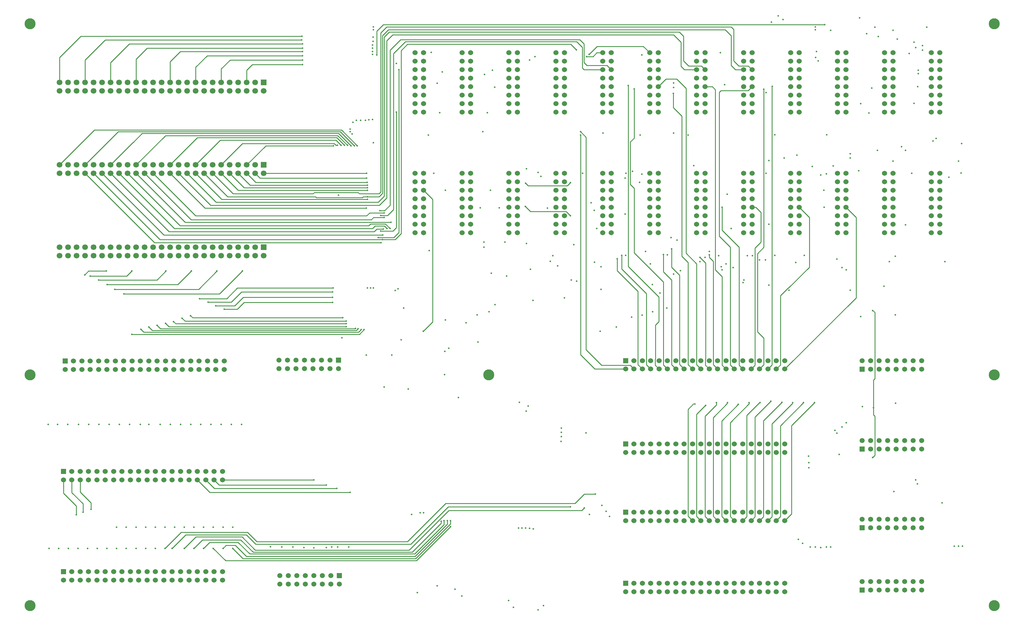
<source format=gbl>
G04*
G04 #@! TF.GenerationSoftware,Altium Limited,Altium Designer,23.7.1 (13)*
G04*
G04 Layer_Physical_Order=4*
G04 Layer_Color=16711680*
%FSLAX44Y44*%
%MOMM*%
G71*
G04*
G04 #@! TF.SameCoordinates,B1C70322-BD44-42DD-AC63-955F88C0B9D7*
G04*
G04*
G04 #@! TF.FilePolarity,Positive*
G04*
G01*
G75*
%ADD10C,0.2540*%
%ADD22C,1.5240*%
%ADD23R,1.5000X1.5000*%
%ADD24C,1.5000*%
%ADD25R,1.5240X1.5240*%
%ADD26C,1.7000*%
%ADD27R,1.7000X1.7000*%
%ADD28C,3.3000*%
%ADD29C,0.5080*%
D10*
X2098040Y1611630D02*
X2106930Y1602740D01*
X2076681Y1611630D02*
X2098040D01*
X2106930Y1064260D02*
Y1602740D01*
X2123440Y1600200D02*
X2205413D01*
X2118360Y1164590D02*
Y1595120D01*
X2205413Y1600200D02*
X2216843Y1611630D01*
X2118360Y1595120D02*
X2123440Y1600200D01*
X2153920Y1790700D02*
X2161540Y1783080D01*
X2205413Y1673860D02*
X2216843Y1662430D01*
X2176780Y1673860D02*
X2205413D01*
X2161540Y1689100D02*
X2176780Y1673860D01*
X2161540Y1689100D02*
Y1783080D01*
X1125220Y1790700D02*
X2153920D01*
X2136140Y1781810D02*
X2153920Y1764030D01*
X2166620Y1662430D02*
X2191443D01*
X2153920Y1675130D02*
X2166620Y1662430D01*
X2153920Y1675130D02*
Y1764030D01*
X1130300Y1781810D02*
X2136140D01*
X1998980Y1775460D02*
X2011680Y1762760D01*
X2065251Y1673860D02*
X2076681Y1662430D01*
X2026920Y1673860D02*
X2065251D01*
X2011680Y1689100D02*
X2026920Y1673860D01*
X2011680Y1689100D02*
Y1762760D01*
X1132840Y1775460D02*
X1998980D01*
X1982470Y1766570D02*
X2004060Y1744980D01*
X1143000Y1766570D02*
X1982470D01*
X2004060Y1672590D02*
Y1744980D01*
X2014220Y1662430D02*
X2051281D01*
X2004060Y1672590D02*
X2014220Y1662430D01*
X1936519Y1611630D02*
X1959379Y1634490D01*
X1991360D01*
X2014220Y1611630D01*
X2019300Y1606550D01*
X2012950Y1612900D02*
X2014220Y1611630D01*
X1981200Y1549400D02*
X2006600Y1524000D01*
X1981200Y1549400D02*
Y1591310D01*
X2006600Y1104900D02*
Y1524000D01*
X1864360Y1457960D02*
Y1605280D01*
X1234440Y880110D02*
X1262380Y908050D01*
Y1275080D01*
X1235710Y1301750D02*
X1262380Y1275080D01*
X1052830Y1280160D02*
X1055370Y1282700D01*
X1068070D01*
X913130D02*
X915670Y1280160D01*
X1052830D01*
X650240Y1282700D02*
X913130D01*
X1040130Y1295400D02*
X1043940Y1291590D01*
X905510D02*
X909320Y1295400D01*
X1043940Y1291590D02*
X1102360D01*
X909320Y1295400D02*
X1040130D01*
X666750Y1291590D02*
X905510D01*
X2216843Y1250950D02*
X2227580D01*
X2242820Y1235710D01*
Y1146810D02*
Y1235710D01*
X1661160Y1238250D02*
X1673860Y1225550D01*
X1554480Y1238250D02*
X1661160D01*
X1539240Y1253490D02*
X1554480Y1238250D01*
X1665085Y1315720D02*
X1674221Y1324856D01*
X1548130Y1315720D02*
X1665085D01*
X1540510Y1323340D02*
X1548130Y1315720D01*
X2127250Y1182370D02*
Y1250950D01*
Y1182370D02*
X2178050Y1131570D01*
X1767640Y778710D02*
X1852521D01*
X1720850Y825500D02*
X1767640Y778710D01*
X1720850Y825500D02*
Y1460500D01*
X1704340Y810260D02*
Y1466850D01*
X1747320Y767280D02*
X1838951D01*
X1704340Y810260D02*
X1747320Y767280D01*
X1112520Y1764030D02*
X1130300Y1781810D01*
X1107440Y1296670D02*
Y1772920D01*
X1125220Y1790700D01*
X1112520Y1292860D02*
Y1764030D01*
X1102360Y1282700D02*
X1112520Y1292860D01*
X1102360Y1291590D02*
X1107440Y1296670D01*
X1068070Y1282700D02*
X1102360D01*
X2019300Y1113790D02*
Y1606550D01*
X1704340Y1477010D02*
X1720850Y1460500D01*
X1704340Y1465580D02*
Y1466850D01*
X1783657Y1675130D02*
X1796357Y1662430D01*
X1723390Y1675130D02*
X1783657D01*
X1714500Y1684020D02*
X1723390Y1675130D01*
X1714500Y1684020D02*
Y1718310D01*
Y1739900D01*
Y1699350D02*
Y1718310D01*
X1722120Y1701800D02*
X1741747D01*
X1753177Y1713230D01*
X1701800Y1752600D02*
X1714500Y1739900D01*
X1167130Y1752600D02*
X1701800D01*
X1692910Y1746250D02*
X1709420Y1729740D01*
X1714500Y1662430D02*
X1770957D01*
X1709420Y1667510D02*
X1714500Y1662430D01*
X1709420Y1667510D02*
Y1729740D01*
X1181100Y1746250D02*
X1692910D01*
X1675130Y1738630D02*
X1691640Y1722120D01*
X1187450Y1738630D02*
X1675130D01*
X1145540Y1710690D02*
X1181100Y1746250D01*
X1145540Y1244600D02*
Y1710690D01*
X1168400Y1719580D02*
X1187450Y1738630D01*
X1168400Y1172210D02*
Y1719580D01*
X1127760Y1226820D02*
X1145540Y1244600D01*
X1107440Y1226820D02*
X1127760D01*
X1135380Y1720850D02*
X1167130Y1752600D01*
X1135380Y1257300D02*
Y1720850D01*
X1118870Y1240790D02*
X1135380Y1257300D01*
X1104900Y1240790D02*
X1118870D01*
X1150620Y1154430D02*
X1168400Y1172210D01*
X1112520Y1154430D02*
X1150620D01*
X1162050Y1176020D02*
Y1662430D01*
X1146810Y1160780D02*
X1162050Y1176020D01*
X1099820Y1160780D02*
X1146810D01*
X1107440Y1179830D02*
X1144270D01*
X1154430Y1189990D02*
Y1535430D01*
X1144270Y1179830D02*
X1154430Y1189990D01*
X599440Y1257300D02*
X1103630D01*
X1125220Y1748790D02*
X1143000Y1766570D01*
X1125220Y1278890D02*
Y1748790D01*
X1103630Y1257300D02*
X1125220Y1278890D01*
X615950Y1266190D02*
X1099820D01*
X1117600Y1760220D02*
X1132840Y1775460D01*
X1117600Y1283970D02*
Y1760220D01*
X1099820Y1266190D02*
X1117600Y1283970D01*
X746759Y1338580D02*
X1065530D01*
X758189Y1352550D02*
X1065530D01*
X1115060Y1797050D02*
X2433320D01*
X1096010Y1778000D02*
X1115060Y1797050D01*
X1096010Y1706880D02*
Y1778000D01*
X1864360Y1115060D02*
Y1308100D01*
X1852930Y1446530D02*
X1864360Y1457960D01*
X1852930Y1319530D02*
X1864360Y1308100D01*
X1852930Y1319530D02*
Y1446530D01*
X1187450Y251460D02*
X1301750Y365760D01*
X1715770Y393700D02*
X1748790D01*
X1687830Y365760D02*
X1715770Y393700D01*
X1301750Y365760D02*
X1687830D01*
X1197610Y243840D02*
X1309370Y355600D01*
X734060Y243840D02*
X1197610D01*
X1309370Y355600D02*
X1673860D01*
X732790Y226060D02*
X1192440D01*
X1310550Y344170D01*
X1708150D02*
X1715770Y351790D01*
X1310550Y344170D02*
X1708150D01*
X2232660Y1112520D02*
X2251710Y1131570D01*
X2232660Y878840D02*
X2251710Y859790D01*
Y780040D02*
Y859790D01*
X2232660Y878840D02*
Y1112520D01*
X2251710Y1131570D02*
Y1604010D01*
X1753177Y1713230D02*
X1770957D01*
X1892069Y1732280D02*
X1911119Y1713230D01*
X1753870Y1732280D02*
X1892069D01*
X1729740Y1708150D02*
X1753870Y1732280D01*
X2357004Y1250950D02*
X2387600Y1220354D01*
Y1071880D02*
Y1220354D01*
X2497166Y1250950D02*
X2527300Y1220816D01*
Y980630D02*
Y1220816D01*
X2577042Y942975D02*
X2583180Y936837D01*
X1976120Y1071880D02*
Y1126490D01*
X1951990Y1057910D02*
Y1109980D01*
X1852521Y778710D02*
X1863951Y767280D01*
X1813560Y1061720D02*
Y1097280D01*
Y1061720D02*
X1875790Y999490D01*
Y780441D02*
Y999490D01*
Y780441D02*
X1888951Y767280D01*
X1827530Y1066800D02*
Y1107440D01*
Y1066800D02*
X1901190Y993140D01*
Y780041D02*
Y993140D01*
Y780041D02*
X1913951Y767280D01*
X1846580Y1074420D02*
Y1615440D01*
Y1074420D02*
X1938020Y982980D01*
Y909320D02*
Y982980D01*
X1927860Y899160D02*
X1938020Y909320D01*
X1927860Y797694D02*
Y899160D01*
X1927520Y778710D02*
Y797354D01*
Y778710D02*
X1938950Y767280D01*
X1927520Y797354D02*
X1927860Y797694D01*
X1864360Y1115060D02*
X1951990Y1027430D01*
Y779240D02*
Y1027430D01*
Y779240D02*
X1963950Y767280D01*
X1951990Y1057910D02*
X1976120Y1033780D01*
Y780110D02*
Y1033780D01*
Y780110D02*
X1988950Y767280D01*
X1976120Y1071880D02*
X2000250Y1047750D01*
Y797275D02*
Y1047750D01*
Y797275D02*
X2000380Y797145D01*
Y780850D02*
Y797145D01*
Y780850D02*
X2013950Y767280D01*
X2006600Y1104900D02*
X2025650Y1085850D01*
Y780580D02*
Y1085850D01*
Y780580D02*
X2038950Y767280D01*
X2019300Y1113790D02*
X2051050Y1082040D01*
Y780180D02*
Y1082040D01*
Y780180D02*
X2063950Y767280D01*
X2061210Y1101090D02*
X2077720Y1084580D01*
Y797414D02*
Y1084580D01*
X2077520Y778710D02*
Y797214D01*
Y778710D02*
X2088950Y767280D01*
X2077520Y797214D02*
X2077720Y797414D01*
X2100580Y780650D02*
Y1089660D01*
X2089150Y1101090D02*
Y1108710D01*
Y1101090D02*
X2100580Y1089660D01*
Y780650D02*
X2113950Y767280D01*
X2106930Y1064260D02*
X2127250Y1043940D01*
Y778980D02*
Y1043940D01*
Y778980D02*
X2138950Y767280D01*
X2118360Y1164590D02*
X2151380Y1131570D01*
Y779850D02*
Y1131570D01*
Y779850D02*
X2163950Y767280D01*
X2178050Y798075D02*
Y1131570D01*
X2177520Y778710D02*
Y797545D01*
Y778710D02*
X2188950Y767280D01*
X2177520Y797545D02*
X2178050Y798075D01*
X2225040Y1129030D02*
X2242820Y1146810D01*
X2225040Y797694D02*
Y1129030D01*
X2225380Y778710D02*
Y797354D01*
X2213950Y767280D02*
X2225380Y778710D01*
X2225040Y797694D02*
X2225380Y797354D01*
X2238950Y767280D02*
X2251710Y780040D01*
X2275840Y1611630D02*
X2277110Y1612900D01*
X2275840Y779170D02*
Y1611630D01*
X2263950Y767280D02*
X2275840Y779170D01*
X2325370Y1009650D02*
X2387600Y1071880D01*
X2301240Y986880D02*
X2324010Y1009650D01*
X2301240Y779570D02*
Y986880D01*
X2324010Y1009650D02*
X2325370D01*
X2288950Y767280D02*
X2301240Y779570D01*
X2313950Y767280D02*
X2527300Y980630D01*
X2583180Y739140D02*
Y936837D01*
X2579103Y735063D02*
X2583180Y739140D01*
X2579103Y651510D02*
Y735063D01*
X2051050Y632460D02*
X2077720Y659130D01*
X2025650Y646898D02*
X2041926Y663174D01*
X2579103Y630187D02*
Y651510D01*
Y630187D02*
X2583180Y626110D01*
Y509270D02*
Y626110D01*
X2576830Y502920D02*
X2583180Y509270D01*
X1074420Y1234440D02*
X1117600D01*
X1065530Y1225550D02*
X1074420Y1234440D01*
X554990Y1225550D02*
X1065530D01*
X1085850Y1220470D02*
X1117600D01*
X1079500Y1214120D02*
X1085850Y1220470D01*
X1051560Y1214120D02*
X1079500D01*
X1051560D02*
X1068070D01*
X541020D02*
X1051560D01*
X1057910Y1206500D02*
X1137920D01*
X1057910D02*
X1069340D01*
X523240D02*
X1057910D01*
X1132840Y1189990D02*
X1135380Y1187450D01*
X1121500Y1201420D02*
X1132840Y1190080D01*
X1076960Y1201420D02*
X1121500D01*
X1132840Y1189990D02*
Y1190080D01*
X1071880Y1196340D02*
X1076960Y1201420D01*
X1057910Y1196340D02*
X1071880D01*
X1057910D02*
X1066800D01*
X508000D02*
X1057910D01*
X1088390Y1178560D02*
X1096010Y1186180D01*
X474981Y1178560D02*
X1088390D01*
X1118870Y1195070D02*
X1126490Y1187450D01*
X1090930Y1195070D02*
X1118870D01*
X1083310Y1187450D02*
X1090930Y1195070D01*
X1059180Y1187450D02*
X1083310D01*
X1059180D02*
X1070610D01*
X491490D02*
X1059180D01*
X1096010Y1186180D02*
X1115060D01*
X1046480Y1168400D02*
X1113790D01*
X1046480D02*
X1084580D01*
X459740D02*
X1046480D01*
X448311Y1154430D02*
X1112520D01*
X431800Y1145540D02*
X1108710D01*
X1287780Y306070D02*
Y312420D01*
X1248410Y266700D02*
X1287780Y306070D01*
X1248410Y266700D02*
X1250950Y269240D01*
X1201420Y219710D02*
X1248410Y266700D01*
X1296670Y302260D02*
Y313690D01*
X1209040Y214630D02*
X1296670Y302260D01*
X695960Y200660D02*
X1211490D01*
X1315720Y304890D01*
Y313690D01*
X1306830Y303530D02*
Y313690D01*
X1210310Y207010D02*
X1306830Y303530D01*
X1214120Y194310D02*
X1315720Y295910D01*
X644558Y194310D02*
X1214120D01*
X224790Y1352550D02*
X431800Y1145540D01*
X250191Y1352550D02*
X448311Y1154430D01*
X275590Y1352550D02*
X459740Y1168400D01*
X300991Y1352550D02*
X474981Y1178560D01*
X326390Y1352550D02*
X491490Y1187450D01*
X351790Y1352550D02*
X508000Y1196340D01*
X377190Y1352550D02*
X523240Y1206500D01*
X402590Y1352550D02*
X541020Y1214120D01*
X427990Y1352550D02*
X554990Y1225550D01*
X582930Y1248410D02*
X1064260D01*
X478790Y1352550D02*
X582930Y1248410D01*
X504190Y1352550D02*
X599440Y1257300D01*
X529590Y1352550D02*
X615950Y1266190D01*
X632460Y1275080D02*
X1068070D01*
X554990Y1352550D02*
X632460Y1275080D01*
X580390Y1352550D02*
X650240Y1282700D01*
X605790Y1352550D02*
X666750Y1291590D01*
X681990Y1301750D02*
X1068070D01*
X631190Y1352550D02*
X681990Y1301750D01*
X699770Y1309370D02*
X1068070D01*
X656590Y1352550D02*
X699770Y1309370D01*
X717550Y1316990D02*
X1068070D01*
X681990Y1352550D02*
X717550Y1316990D01*
X734060Y1325880D02*
X1066800D01*
X707390Y1352550D02*
X734060Y1325880D01*
X732790Y1352550D02*
X746759Y1338580D01*
X234950Y1060450D02*
X288291D01*
X223520Y1049020D02*
X234950Y1060450D01*
X349250Y1045210D02*
X364491Y1060450D01*
X240030Y1045210D02*
X349250D01*
X439420Y1033780D02*
X466090Y1060450D01*
X265430Y1033780D02*
X439420D01*
X501650Y1019810D02*
X542290Y1060450D01*
X290830Y1019810D02*
X501650D01*
X563880Y1005840D02*
X618490Y1060450D01*
X313690Y1005840D02*
X563880D01*
X626110Y991870D02*
X694690Y1060450D01*
X340360Y991870D02*
X626110D01*
X707390Y1624330D02*
Y1661160D01*
X723900Y1677670D01*
X873760D01*
X631190Y1624330D02*
Y1664970D01*
X657860Y1691640D01*
X873760D01*
X554990Y1624330D02*
Y1670050D01*
X589280Y1704340D01*
X873760D01*
X478790Y1624330D02*
Y1686560D01*
X509270Y1717040D01*
X873760D01*
X377190Y1624330D02*
Y1694180D01*
X410210Y1727200D01*
X873760D01*
X300991Y1624330D02*
Y1684021D01*
X356870Y1739900D01*
X873760D01*
X224790Y1624330D02*
Y1691640D01*
X284480Y1751330D01*
X871220D01*
X148591Y1624330D02*
Y1699261D01*
X212090Y1762760D01*
X872490D01*
X679450Y1009650D02*
X965200D01*
X647700Y977900D02*
X679450Y1009650D01*
X566420Y977900D02*
X647700D01*
X692150Y998220D02*
X963930D01*
X661670Y967740D02*
X692150Y998220D01*
X591820Y967740D02*
X661670D01*
X697230Y981710D02*
X963930D01*
X671830Y956310D02*
X697230Y981710D01*
X614680Y956310D02*
X671830D01*
X699770Y966470D02*
X963930D01*
X679450Y946150D02*
X699770Y966470D01*
X640080Y946150D02*
X679450D01*
X1057910Y885100D02*
Y885190D01*
X1044030Y871220D02*
X1057910Y885100D01*
X364490Y871220D02*
X1044030D01*
X1041400Y877570D02*
X1049020Y885190D01*
X400050Y877570D02*
X1041400D01*
X391160Y886460D02*
X400050Y877570D01*
X1040130Y887640D02*
Y887730D01*
X1035140Y882650D02*
X1040130Y887640D01*
X425450Y882650D02*
X1035140D01*
X415290Y892810D02*
X425450Y882650D01*
X1031240Y887730D02*
X1032510Y889000D01*
X449580Y887730D02*
X1031240D01*
X439420Y897890D02*
X449580Y887730D01*
X474980Y894080D02*
X1004570D01*
X464820Y904240D02*
X474980Y894080D01*
X495300Y902970D02*
X1004570D01*
X488950Y909320D02*
X495300Y902970D01*
X523240Y910590D02*
X1004570D01*
X514350Y919480D02*
X523240Y910590D01*
X546100Y920750D02*
X994410D01*
X539750Y927100D02*
X546100Y920750D01*
X635010Y435810D02*
X908250D01*
X610010D02*
X625450Y420370D01*
X944880D01*
X585010Y435810D02*
X610610Y410210D01*
X976630D01*
X560010Y435810D02*
X597040Y398780D01*
X1016000D01*
X160011Y396249D02*
Y435810D01*
Y396249D02*
X198120Y358140D01*
Y331470D02*
Y358140D01*
X185011Y397919D02*
Y435810D01*
Y397919D02*
X218440Y364490D01*
Y339090D02*
Y364490D01*
X210011Y399590D02*
Y435810D01*
Y399590D02*
X242570Y367030D01*
Y347980D02*
Y367030D01*
X665480Y231140D02*
X695960Y200660D01*
X636604Y231140D02*
X645494Y240030D01*
X673100D01*
X706120Y207010D01*
X1210310D01*
X607728Y231140D02*
X644558Y194310D01*
X578853Y231140D02*
X596633Y248920D01*
X681990D01*
X716280Y214630D01*
X1209040D01*
X549977Y231140D02*
X575377Y256540D01*
X689610D01*
X726440Y219710D01*
X1201420D01*
X521101Y231140D02*
X555391Y265430D01*
X693420D01*
X732790Y226060D01*
X485010Y231140D02*
X525650Y271780D01*
X706120D01*
X734060Y243840D01*
X463349Y231140D02*
X511609Y279400D01*
X709930D01*
X737870Y251460D01*
X1187450D01*
X1008380Y1436370D02*
Y1436460D01*
X1018540Y1435100D02*
Y1435190D01*
X974180Y1436370D02*
X977900D01*
X969100Y1441450D02*
X974180Y1436370D01*
X974090Y1451610D02*
X989330Y1436370D01*
X976630Y1459230D02*
X999490Y1436370D01*
X979260Y1465580D02*
X1008380Y1436460D01*
X981800Y1471930D02*
X1018540Y1435190D01*
X148591Y1377950D02*
X252731Y1482090D01*
X224790Y1377950D02*
X323851Y1477010D01*
X394971Y1471930D02*
X981800D01*
X300991Y1377950D02*
X367030Y1443990D01*
X368301Y1445260D01*
X394971Y1471930D01*
X377190Y1377950D02*
X464821Y1465580D01*
X979260D01*
X478790Y1377950D02*
X560070Y1459230D01*
X976630D01*
X554990Y1377950D02*
X628650Y1451610D01*
X974090D01*
X694690Y1441450D02*
X969100D01*
X631190Y1377950D02*
X694690Y1441450D01*
X764539Y1435100D02*
X966470D01*
X707390Y1377950D02*
X764539Y1435100D01*
X323851Y1477010D02*
X986790D01*
X1028700Y1435100D01*
X252731Y1482090D02*
X990690D01*
X1037590Y1435100D02*
Y1435190D01*
X990690Y1482090D02*
X1037590Y1435190D01*
X2051050Y326790D02*
X2063950Y313890D01*
X2051050Y326790D02*
Y632460D01*
X2076450Y326390D02*
X2088950Y313890D01*
X2076450Y326390D02*
Y626110D01*
X2100580Y327260D02*
X2113950Y313890D01*
X2100580Y327260D02*
Y622300D01*
X2142490Y664210D01*
X2125980Y326860D02*
X2138950Y313890D01*
X2125980Y326860D02*
Y612140D01*
X2175477Y661637D01*
X2151380Y326460D02*
X2163950Y313890D01*
X2151380Y326460D02*
Y607060D01*
X2208530Y664210D01*
X2188950Y313890D02*
X2200910Y325850D01*
Y628650D01*
X2239010Y666750D01*
X2225040Y344304D02*
X2225380Y343964D01*
X2213950Y313890D02*
X2225380Y325320D01*
Y343964D01*
X2225040Y344304D02*
Y513219D01*
X2225380Y513559D01*
Y548368D01*
X2225040Y548708D02*
X2225380Y548368D01*
X2238950Y313890D02*
X2250440Y325380D01*
X2263950Y313890D02*
X2275840Y325780D01*
Y603250D01*
X2336800Y664210D01*
X2288950Y313890D02*
X2301240Y326180D01*
X2313950Y313890D02*
X2334260Y334201D01*
X2025650Y327190D02*
X2038950Y313890D01*
X2025650Y327190D02*
Y646898D01*
X2076450Y626110D02*
X2110473Y660133D01*
Y666750D01*
X2250440Y325380D02*
Y612742D01*
X2305384Y667686D01*
X2225040Y623570D02*
X2272899Y671429D01*
X2225040Y548708D02*
Y623570D01*
X2301240Y597635D02*
X2370355Y666750D01*
X2301240Y326180D02*
Y597635D01*
X2334260Y598170D02*
X2402840Y666750D01*
X2334260Y334201D02*
Y598170D01*
D22*
X1210310Y1713230D02*
D03*
X1235710D02*
D03*
X1210310Y1687830D02*
D03*
X1235710D02*
D03*
X1210310Y1662430D02*
D03*
X1235710D02*
D03*
X1210310Y1637030D02*
D03*
X1235710D02*
D03*
X1210310Y1611630D02*
D03*
X1235710D02*
D03*
X1210310Y1586230D02*
D03*
X1235710D02*
D03*
X1210310Y1560830D02*
D03*
X1235710D02*
D03*
X1210310Y1535430D02*
D03*
X1235710D02*
D03*
X1838951Y101600D02*
D03*
X1863951Y126600D02*
D03*
Y101600D02*
D03*
X1888951Y126600D02*
D03*
Y101600D02*
D03*
X1913951Y126600D02*
D03*
Y101600D02*
D03*
X1938950Y126600D02*
D03*
Y101600D02*
D03*
X1963950Y126600D02*
D03*
Y101600D02*
D03*
X1988950Y126600D02*
D03*
Y101600D02*
D03*
X2013950Y126600D02*
D03*
Y101600D02*
D03*
X2038950Y126600D02*
D03*
Y101600D02*
D03*
X2063950Y126600D02*
D03*
Y101600D02*
D03*
X2088950Y126600D02*
D03*
Y101600D02*
D03*
X2113950Y126600D02*
D03*
Y101600D02*
D03*
X2138950Y126600D02*
D03*
Y101600D02*
D03*
X2163950Y126600D02*
D03*
Y101600D02*
D03*
X2188950Y126600D02*
D03*
Y101600D02*
D03*
X2213950Y126600D02*
D03*
Y101600D02*
D03*
X2238950Y126600D02*
D03*
Y101600D02*
D03*
X2263950Y126600D02*
D03*
Y101600D02*
D03*
X2313950D02*
D03*
Y126600D02*
D03*
X2288950Y101600D02*
D03*
Y126600D02*
D03*
X160011Y136090D02*
D03*
X185011Y161090D02*
D03*
Y136090D02*
D03*
X210011Y161090D02*
D03*
Y136090D02*
D03*
X235011Y161090D02*
D03*
Y136090D02*
D03*
X260010Y161090D02*
D03*
Y136090D02*
D03*
X285010Y161090D02*
D03*
Y136090D02*
D03*
X310010Y161090D02*
D03*
Y136090D02*
D03*
X335010Y161090D02*
D03*
Y136090D02*
D03*
X360010Y161090D02*
D03*
Y136090D02*
D03*
X385010Y161090D02*
D03*
Y136090D02*
D03*
X410010Y161090D02*
D03*
Y136090D02*
D03*
X435010Y161090D02*
D03*
Y136090D02*
D03*
X460010Y161090D02*
D03*
Y136090D02*
D03*
X485010Y161090D02*
D03*
Y136090D02*
D03*
X510010Y161090D02*
D03*
Y136090D02*
D03*
X535010Y161090D02*
D03*
Y136090D02*
D03*
X560010Y161090D02*
D03*
Y136090D02*
D03*
X585010Y161090D02*
D03*
Y136090D02*
D03*
X635010D02*
D03*
Y161090D02*
D03*
X610010Y136090D02*
D03*
Y161090D02*
D03*
X165091Y766010D02*
D03*
X190091Y791010D02*
D03*
Y766010D02*
D03*
X215091Y791010D02*
D03*
Y766010D02*
D03*
X240091Y791010D02*
D03*
Y766010D02*
D03*
X265090Y791010D02*
D03*
Y766010D02*
D03*
X290090Y791010D02*
D03*
Y766010D02*
D03*
X315090Y791010D02*
D03*
Y766010D02*
D03*
X340090Y791010D02*
D03*
Y766010D02*
D03*
X365090Y791010D02*
D03*
Y766010D02*
D03*
X390090Y791010D02*
D03*
Y766010D02*
D03*
X415090Y791010D02*
D03*
Y766010D02*
D03*
X440090Y791010D02*
D03*
Y766010D02*
D03*
X465090Y791010D02*
D03*
Y766010D02*
D03*
X490090Y791010D02*
D03*
Y766010D02*
D03*
X515090Y791010D02*
D03*
Y766010D02*
D03*
X540090Y791010D02*
D03*
Y766010D02*
D03*
X565090Y791010D02*
D03*
Y766010D02*
D03*
X590090Y791010D02*
D03*
Y766010D02*
D03*
X640090D02*
D03*
Y791010D02*
D03*
X615090Y766010D02*
D03*
Y791010D02*
D03*
X160011Y435810D02*
D03*
X185011Y460810D02*
D03*
Y435810D02*
D03*
X210011Y460810D02*
D03*
Y435810D02*
D03*
X235011Y460810D02*
D03*
Y435810D02*
D03*
X260010Y460810D02*
D03*
Y435810D02*
D03*
X285010Y460810D02*
D03*
Y435810D02*
D03*
X310010Y460810D02*
D03*
Y435810D02*
D03*
X335010Y460810D02*
D03*
Y435810D02*
D03*
X360010Y460810D02*
D03*
Y435810D02*
D03*
X385010Y460810D02*
D03*
Y435810D02*
D03*
X410010Y460810D02*
D03*
Y435810D02*
D03*
X435010Y460810D02*
D03*
Y435810D02*
D03*
X460010Y460810D02*
D03*
Y435810D02*
D03*
X485010Y460810D02*
D03*
Y435810D02*
D03*
X510010Y460810D02*
D03*
Y435810D02*
D03*
X535010Y460810D02*
D03*
Y435810D02*
D03*
X560010Y460810D02*
D03*
Y435810D02*
D03*
X585010Y460810D02*
D03*
Y435810D02*
D03*
X635010D02*
D03*
Y460810D02*
D03*
X610010Y435810D02*
D03*
Y460810D02*
D03*
X1838951Y518293D02*
D03*
X1863951Y543293D02*
D03*
Y518293D02*
D03*
X1888951Y543293D02*
D03*
Y518293D02*
D03*
X1913951Y543293D02*
D03*
Y518293D02*
D03*
X1938950Y543293D02*
D03*
Y518293D02*
D03*
X1963950Y543293D02*
D03*
Y518293D02*
D03*
X1988950Y543293D02*
D03*
Y518293D02*
D03*
X2013950Y543293D02*
D03*
Y518293D02*
D03*
X2038950Y543293D02*
D03*
Y518293D02*
D03*
X2063950Y543293D02*
D03*
Y518293D02*
D03*
X2088950Y543293D02*
D03*
Y518293D02*
D03*
X2113950Y543293D02*
D03*
Y518293D02*
D03*
X2138950Y543293D02*
D03*
Y518293D02*
D03*
X2163950Y543293D02*
D03*
Y518293D02*
D03*
X2188950Y543293D02*
D03*
Y518293D02*
D03*
X2213950Y543293D02*
D03*
Y518293D02*
D03*
X2238950Y543293D02*
D03*
Y518293D02*
D03*
X2263950Y543293D02*
D03*
Y518293D02*
D03*
X2313950D02*
D03*
Y543293D02*
D03*
X2288950Y518293D02*
D03*
Y543293D02*
D03*
X1838951Y767280D02*
D03*
X1863951Y792280D02*
D03*
Y767280D02*
D03*
X1888951Y792280D02*
D03*
Y767280D02*
D03*
X1913951Y792280D02*
D03*
Y767280D02*
D03*
X1938950Y792280D02*
D03*
Y767280D02*
D03*
X1963950Y792280D02*
D03*
Y767280D02*
D03*
X1988950Y792280D02*
D03*
Y767280D02*
D03*
X2013950Y792280D02*
D03*
Y767280D02*
D03*
X2038950Y792280D02*
D03*
Y767280D02*
D03*
X2063950Y792280D02*
D03*
Y767280D02*
D03*
X2088950Y792280D02*
D03*
Y767280D02*
D03*
X2113950Y792280D02*
D03*
Y767280D02*
D03*
X2138950Y792280D02*
D03*
Y767280D02*
D03*
X2163950Y792280D02*
D03*
Y767280D02*
D03*
X2188950Y792280D02*
D03*
Y767280D02*
D03*
X2213950Y792280D02*
D03*
Y767280D02*
D03*
X2238950Y792280D02*
D03*
Y767280D02*
D03*
X2263950Y792280D02*
D03*
Y767280D02*
D03*
X2313950D02*
D03*
Y792280D02*
D03*
X2288950Y767280D02*
D03*
Y792280D02*
D03*
X1838951Y313890D02*
D03*
X1863951Y338890D02*
D03*
Y313890D02*
D03*
X1888951Y338890D02*
D03*
Y313890D02*
D03*
X1913951Y338890D02*
D03*
Y313890D02*
D03*
X1938950Y338890D02*
D03*
Y313890D02*
D03*
X1963950Y338890D02*
D03*
Y313890D02*
D03*
X1988950Y338890D02*
D03*
Y313890D02*
D03*
X2013950Y338890D02*
D03*
Y313890D02*
D03*
X2038950Y338890D02*
D03*
Y313890D02*
D03*
X2063950Y338890D02*
D03*
Y313890D02*
D03*
X2088950Y338890D02*
D03*
Y313890D02*
D03*
X2113950Y338890D02*
D03*
Y313890D02*
D03*
X2138950Y338890D02*
D03*
Y313890D02*
D03*
X2163950Y338890D02*
D03*
Y313890D02*
D03*
X2188950Y338890D02*
D03*
Y313890D02*
D03*
X2213950Y338890D02*
D03*
Y313890D02*
D03*
X2238950Y338890D02*
D03*
Y313890D02*
D03*
X2263950Y338890D02*
D03*
Y313890D02*
D03*
X2313950D02*
D03*
Y338890D02*
D03*
X2288950Y313890D02*
D03*
Y338890D02*
D03*
X2752090Y1352550D02*
D03*
X2777490D02*
D03*
X2752090Y1327150D02*
D03*
X2777490D02*
D03*
X2752090Y1301750D02*
D03*
X2777490D02*
D03*
X2752090Y1276350D02*
D03*
X2777490D02*
D03*
X2752090Y1250950D02*
D03*
X2777490D02*
D03*
X2752090Y1225550D02*
D03*
X2777490D02*
D03*
X2752090Y1200150D02*
D03*
X2777490D02*
D03*
X2752090Y1174750D02*
D03*
X2777490D02*
D03*
X2611928Y1352550D02*
D03*
X2637328D02*
D03*
X2611928Y1327150D02*
D03*
X2637328D02*
D03*
X2611928Y1301750D02*
D03*
X2637328D02*
D03*
X2611928Y1276350D02*
D03*
X2637328D02*
D03*
X2611928Y1250950D02*
D03*
X2637328D02*
D03*
X2611928Y1225550D02*
D03*
X2637328D02*
D03*
X2611928Y1200150D02*
D03*
X2637328D02*
D03*
X2611928Y1174750D02*
D03*
X2637328D02*
D03*
X2752090Y1713230D02*
D03*
X2777490D02*
D03*
X2752090Y1687830D02*
D03*
X2777490D02*
D03*
X2752090Y1662430D02*
D03*
X2777490D02*
D03*
X2752090Y1637030D02*
D03*
X2777490D02*
D03*
X2752090Y1611630D02*
D03*
X2777490D02*
D03*
X2752090Y1586230D02*
D03*
X2777490D02*
D03*
X2752090Y1560830D02*
D03*
X2777490D02*
D03*
X2752090Y1535430D02*
D03*
X2777490D02*
D03*
X2611928Y1713230D02*
D03*
X2637328D02*
D03*
X2611928Y1687830D02*
D03*
X2637328D02*
D03*
X2611928Y1662430D02*
D03*
X2637328D02*
D03*
X2611928Y1637030D02*
D03*
X2637328D02*
D03*
X2611928Y1611630D02*
D03*
X2637328D02*
D03*
X2611928Y1586230D02*
D03*
X2637328D02*
D03*
X2611928Y1560830D02*
D03*
X2637328D02*
D03*
X2611928Y1535430D02*
D03*
X2637328D02*
D03*
X2471766Y1352550D02*
D03*
X2497166D02*
D03*
X2471766Y1327150D02*
D03*
X2497166D02*
D03*
X2471766Y1301750D02*
D03*
X2497166D02*
D03*
X2471766Y1276350D02*
D03*
X2497166D02*
D03*
X2471766Y1250950D02*
D03*
X2497166D02*
D03*
X2471766Y1225550D02*
D03*
X2497166D02*
D03*
X2471766Y1200150D02*
D03*
X2497166D02*
D03*
X2471766Y1174750D02*
D03*
X2497166D02*
D03*
X2331604Y1352550D02*
D03*
X2357004D02*
D03*
X2331604Y1327150D02*
D03*
X2357004D02*
D03*
X2331604Y1301750D02*
D03*
X2357004D02*
D03*
X2331604Y1276350D02*
D03*
X2357004D02*
D03*
X2331604Y1250950D02*
D03*
X2357004D02*
D03*
X2331604Y1225550D02*
D03*
X2357004D02*
D03*
X2331604Y1200150D02*
D03*
X2357004D02*
D03*
X2331604Y1174750D02*
D03*
X2357004D02*
D03*
X2471766Y1713230D02*
D03*
X2497166D02*
D03*
X2471766Y1687830D02*
D03*
X2497166D02*
D03*
X2471766Y1662430D02*
D03*
X2497166D02*
D03*
X2471766Y1637030D02*
D03*
X2497166D02*
D03*
X2471766Y1611630D02*
D03*
X2497166D02*
D03*
X2471766Y1586230D02*
D03*
X2497166D02*
D03*
X2471766Y1560830D02*
D03*
X2497166D02*
D03*
X2471766Y1535430D02*
D03*
X2497166D02*
D03*
X2331604Y1713230D02*
D03*
X2357004D02*
D03*
X2331604Y1687830D02*
D03*
X2357004D02*
D03*
X2331604Y1662430D02*
D03*
X2357004D02*
D03*
X2331604Y1637030D02*
D03*
X2357004D02*
D03*
X2331604Y1611630D02*
D03*
X2357004D02*
D03*
X2331604Y1586230D02*
D03*
X2357004D02*
D03*
X2331604Y1560830D02*
D03*
X2357004D02*
D03*
X2331604Y1535430D02*
D03*
X2357004D02*
D03*
X2191443Y1352550D02*
D03*
X2216843D02*
D03*
X2191443Y1327150D02*
D03*
X2216843D02*
D03*
X2191443Y1301750D02*
D03*
X2216843D02*
D03*
X2191443Y1276350D02*
D03*
X2216843D02*
D03*
X2191443Y1250950D02*
D03*
X2216843D02*
D03*
X2191443Y1225550D02*
D03*
X2216843D02*
D03*
X2191443Y1200150D02*
D03*
X2216843D02*
D03*
X2191443Y1174750D02*
D03*
X2216843D02*
D03*
X2051281Y1352550D02*
D03*
X2076681D02*
D03*
X2051281Y1327150D02*
D03*
X2076681D02*
D03*
X2051281Y1301750D02*
D03*
X2076681D02*
D03*
X2051281Y1276350D02*
D03*
X2076681D02*
D03*
X2051281Y1250950D02*
D03*
X2076681D02*
D03*
X2051281Y1225550D02*
D03*
X2076681D02*
D03*
X2051281Y1200150D02*
D03*
X2076681D02*
D03*
X2051281Y1174750D02*
D03*
X2076681D02*
D03*
X2191443Y1713230D02*
D03*
X2216843D02*
D03*
X2191443Y1687830D02*
D03*
X2216843D02*
D03*
X2191443Y1662430D02*
D03*
X2216843D02*
D03*
X2191443Y1637030D02*
D03*
X2216843D02*
D03*
X2191443Y1611630D02*
D03*
X2216843D02*
D03*
X2191443Y1586230D02*
D03*
X2216843D02*
D03*
X2191443Y1560830D02*
D03*
X2216843D02*
D03*
X2191443Y1535430D02*
D03*
X2216843D02*
D03*
X2051281Y1713230D02*
D03*
X2076681D02*
D03*
X2051281Y1687830D02*
D03*
X2076681D02*
D03*
X2051281Y1662430D02*
D03*
X2076681D02*
D03*
X2051281Y1637030D02*
D03*
X2076681D02*
D03*
X2051281Y1611630D02*
D03*
X2076681D02*
D03*
X2051281Y1586230D02*
D03*
X2076681D02*
D03*
X2051281Y1560830D02*
D03*
X2076681D02*
D03*
X2051281Y1535430D02*
D03*
X2076681D02*
D03*
X1911119Y1352550D02*
D03*
X1936519D02*
D03*
X1911119Y1327150D02*
D03*
X1936519D02*
D03*
X1911119Y1301750D02*
D03*
X1936519D02*
D03*
X1911119Y1276350D02*
D03*
X1936519D02*
D03*
X1911119Y1250950D02*
D03*
X1936519D02*
D03*
X1911119Y1225550D02*
D03*
X1936519D02*
D03*
X1911119Y1200150D02*
D03*
X1936519D02*
D03*
X1911119Y1174750D02*
D03*
X1936519D02*
D03*
X1770957Y1352550D02*
D03*
X1796357D02*
D03*
X1770957Y1327150D02*
D03*
X1796357D02*
D03*
X1770957Y1301750D02*
D03*
X1796357D02*
D03*
X1770957Y1276350D02*
D03*
X1796357D02*
D03*
X1770957Y1250950D02*
D03*
X1796357D02*
D03*
X1770957Y1225550D02*
D03*
X1796357D02*
D03*
X1770957Y1200150D02*
D03*
X1796357D02*
D03*
X1770957Y1174750D02*
D03*
X1796357D02*
D03*
X1911119Y1713230D02*
D03*
X1936519D02*
D03*
X1911119Y1687830D02*
D03*
X1936519D02*
D03*
X1911119Y1662430D02*
D03*
X1936519D02*
D03*
X1911119Y1637030D02*
D03*
X1936519D02*
D03*
X1911119Y1611630D02*
D03*
X1936519D02*
D03*
X1911119Y1586230D02*
D03*
X1936519D02*
D03*
X1911119Y1560830D02*
D03*
X1936519D02*
D03*
X1911119Y1535430D02*
D03*
X1936519D02*
D03*
X1770957Y1713230D02*
D03*
X1796357D02*
D03*
X1770957Y1687830D02*
D03*
X1796357D02*
D03*
X1770957Y1662430D02*
D03*
X1796357D02*
D03*
X1770957Y1637030D02*
D03*
X1796357D02*
D03*
X1770957Y1611630D02*
D03*
X1796357D02*
D03*
X1770957Y1586230D02*
D03*
X1796357D02*
D03*
X1770957Y1560830D02*
D03*
X1796357D02*
D03*
X1770957Y1535430D02*
D03*
X1796357D02*
D03*
X1630795Y1352550D02*
D03*
X1656195D02*
D03*
X1630795Y1327150D02*
D03*
X1656195D02*
D03*
X1630795Y1301750D02*
D03*
X1656195D02*
D03*
X1630795Y1276350D02*
D03*
X1656195D02*
D03*
X1630795Y1250950D02*
D03*
X1656195D02*
D03*
X1630795Y1225550D02*
D03*
X1656195D02*
D03*
X1630795Y1200150D02*
D03*
X1656195D02*
D03*
X1630795Y1174750D02*
D03*
X1656195D02*
D03*
X1490634Y1352550D02*
D03*
X1516034D02*
D03*
X1490634Y1327150D02*
D03*
X1516034D02*
D03*
X1490634Y1301750D02*
D03*
X1516034D02*
D03*
X1490634Y1276350D02*
D03*
X1516034D02*
D03*
X1490634Y1250950D02*
D03*
X1516034D02*
D03*
X1490634Y1225550D02*
D03*
X1516034D02*
D03*
X1490634Y1200150D02*
D03*
X1516034D02*
D03*
X1490634Y1174750D02*
D03*
X1516034D02*
D03*
X1630795Y1713230D02*
D03*
X1656195D02*
D03*
X1630795Y1687830D02*
D03*
X1656195D02*
D03*
X1630795Y1662430D02*
D03*
X1656195D02*
D03*
X1630795Y1637030D02*
D03*
X1656195D02*
D03*
X1630795Y1611630D02*
D03*
X1656195D02*
D03*
X1630795Y1586230D02*
D03*
X1656195D02*
D03*
X1630795Y1560830D02*
D03*
X1656195D02*
D03*
X1630795Y1535430D02*
D03*
X1656195D02*
D03*
X1490634Y1713230D02*
D03*
X1516034D02*
D03*
X1490634Y1687830D02*
D03*
X1516034D02*
D03*
X1490634Y1662430D02*
D03*
X1516034D02*
D03*
X1490634Y1637030D02*
D03*
X1516034D02*
D03*
X1490634Y1611630D02*
D03*
X1516034D02*
D03*
X1490634Y1586230D02*
D03*
X1516034D02*
D03*
X1490634Y1560830D02*
D03*
X1516034D02*
D03*
X1490634Y1535430D02*
D03*
X1516034D02*
D03*
X1350472Y1352550D02*
D03*
X1375872D02*
D03*
X1350472Y1327150D02*
D03*
X1375872D02*
D03*
X1350472Y1301750D02*
D03*
X1375872D02*
D03*
X1350472Y1276350D02*
D03*
X1375872D02*
D03*
X1350472Y1250950D02*
D03*
X1375872D02*
D03*
X1350472Y1225550D02*
D03*
X1375872D02*
D03*
X1350472Y1200150D02*
D03*
X1375872D02*
D03*
X1350472Y1174750D02*
D03*
X1375872D02*
D03*
X1210310Y1352550D02*
D03*
X1235710D02*
D03*
X1210310Y1327150D02*
D03*
X1235710D02*
D03*
X1210310Y1301750D02*
D03*
X1235710D02*
D03*
X1210310Y1276350D02*
D03*
X1235710D02*
D03*
X1210310Y1250950D02*
D03*
X1235710D02*
D03*
X1210310Y1225550D02*
D03*
X1235710D02*
D03*
X1210310Y1200150D02*
D03*
X1235710D02*
D03*
X1210310Y1174750D02*
D03*
X1235710D02*
D03*
X1350472Y1713230D02*
D03*
X1375872D02*
D03*
X1350472Y1687830D02*
D03*
X1375872D02*
D03*
X1350472Y1662430D02*
D03*
X1375872D02*
D03*
X1350472Y1637030D02*
D03*
X1375872D02*
D03*
X1350472Y1611630D02*
D03*
X1375872D02*
D03*
X1350472Y1586230D02*
D03*
X1375872D02*
D03*
X1350472Y1560830D02*
D03*
X1375872D02*
D03*
X1350472Y1535430D02*
D03*
X1375872D02*
D03*
D23*
X2545080Y292523D02*
D03*
X984250Y149860D02*
D03*
X2545080Y528320D02*
D03*
X981710Y793750D02*
D03*
X2545080Y767080D02*
D03*
Y106680D02*
D03*
D24*
X2570480Y292523D02*
D03*
X2595880D02*
D03*
X2621280D02*
D03*
X2646680D02*
D03*
X2672080D02*
D03*
X2697480D02*
D03*
X2722880D02*
D03*
X2545080Y317923D02*
D03*
X2570480D02*
D03*
X2595880D02*
D03*
X2621280D02*
D03*
X2646680D02*
D03*
X2672080D02*
D03*
X2697480D02*
D03*
X2722880D02*
D03*
X958850Y149860D02*
D03*
X933450D02*
D03*
X908050D02*
D03*
X882650D02*
D03*
X857250D02*
D03*
X831850D02*
D03*
X806450D02*
D03*
X984250Y124460D02*
D03*
X958850D02*
D03*
X933450D02*
D03*
X908050D02*
D03*
X882650D02*
D03*
X857250D02*
D03*
X831850D02*
D03*
X806450D02*
D03*
X2570480Y528320D02*
D03*
X2595880D02*
D03*
X2621280D02*
D03*
X2646680D02*
D03*
X2672080D02*
D03*
X2697480D02*
D03*
X2722880D02*
D03*
X2545080Y553720D02*
D03*
X2570480D02*
D03*
X2595880D02*
D03*
X2621280D02*
D03*
X2646680D02*
D03*
X2672080D02*
D03*
X2697480D02*
D03*
X2722880D02*
D03*
X956310Y793750D02*
D03*
X930910D02*
D03*
X905510D02*
D03*
X880110D02*
D03*
X854710D02*
D03*
X829310D02*
D03*
X803910D02*
D03*
X981710Y768350D02*
D03*
X956310D02*
D03*
X930910D02*
D03*
X905510D02*
D03*
X880110D02*
D03*
X854710D02*
D03*
X829310D02*
D03*
X803910D02*
D03*
X2570480Y767080D02*
D03*
X2595880D02*
D03*
X2621280D02*
D03*
X2646680D02*
D03*
X2672080D02*
D03*
X2697480D02*
D03*
X2722880D02*
D03*
X2545080Y792480D02*
D03*
X2570480D02*
D03*
X2595880D02*
D03*
X2621280D02*
D03*
X2646680D02*
D03*
X2672080D02*
D03*
X2697480D02*
D03*
X2722880D02*
D03*
X2570480Y106680D02*
D03*
X2595880D02*
D03*
X2621280D02*
D03*
X2646680D02*
D03*
X2672080D02*
D03*
X2697480D02*
D03*
X2722880D02*
D03*
X2545080Y132080D02*
D03*
X2570480D02*
D03*
X2595880D02*
D03*
X2621280D02*
D03*
X2646680D02*
D03*
X2672080D02*
D03*
X2697480D02*
D03*
X2722880D02*
D03*
D25*
X1838951Y126600D02*
D03*
X160011Y161090D02*
D03*
X165091Y791010D02*
D03*
X160011Y460810D02*
D03*
X1838951Y543293D02*
D03*
Y792280D02*
D03*
Y338890D02*
D03*
D26*
X148591Y1106170D02*
D03*
Y1131570D02*
D03*
X173991Y1106170D02*
D03*
Y1131570D02*
D03*
X199391Y1106170D02*
D03*
Y1131570D02*
D03*
X224790Y1106170D02*
D03*
Y1131570D02*
D03*
X250191Y1106170D02*
D03*
Y1131570D02*
D03*
X275590Y1106170D02*
D03*
Y1131570D02*
D03*
X300991Y1106170D02*
D03*
Y1131570D02*
D03*
X326390Y1106170D02*
D03*
Y1131570D02*
D03*
X351790Y1106170D02*
D03*
Y1131570D02*
D03*
X377190Y1106170D02*
D03*
Y1131570D02*
D03*
X402590Y1106170D02*
D03*
Y1131570D02*
D03*
X427990Y1106170D02*
D03*
Y1131570D02*
D03*
X453390Y1106170D02*
D03*
Y1131570D02*
D03*
X478790Y1106170D02*
D03*
Y1131570D02*
D03*
X504190Y1106170D02*
D03*
Y1131570D02*
D03*
X529590Y1106170D02*
D03*
Y1131570D02*
D03*
X554990Y1106170D02*
D03*
Y1131570D02*
D03*
X580390Y1106170D02*
D03*
Y1131570D02*
D03*
X605790Y1106170D02*
D03*
Y1131570D02*
D03*
X631190Y1106170D02*
D03*
Y1131570D02*
D03*
X656590Y1106170D02*
D03*
Y1131570D02*
D03*
X681990Y1106170D02*
D03*
Y1131570D02*
D03*
X707390Y1106170D02*
D03*
Y1131570D02*
D03*
X732790Y1106170D02*
D03*
Y1131570D02*
D03*
X758189Y1106170D02*
D03*
X148591Y1352550D02*
D03*
Y1377950D02*
D03*
X173991Y1352550D02*
D03*
Y1377950D02*
D03*
X199391Y1352550D02*
D03*
Y1377950D02*
D03*
X224790Y1352550D02*
D03*
Y1377950D02*
D03*
X250191Y1352550D02*
D03*
Y1377950D02*
D03*
X275590Y1352550D02*
D03*
Y1377950D02*
D03*
X300991Y1352550D02*
D03*
Y1377950D02*
D03*
X326390Y1352550D02*
D03*
Y1377950D02*
D03*
X351790Y1352550D02*
D03*
Y1377950D02*
D03*
X377190Y1352550D02*
D03*
Y1377950D02*
D03*
X402590Y1352550D02*
D03*
Y1377950D02*
D03*
X427990Y1352550D02*
D03*
Y1377950D02*
D03*
X453390Y1352550D02*
D03*
Y1377950D02*
D03*
X478790Y1352550D02*
D03*
Y1377950D02*
D03*
X504190Y1352550D02*
D03*
Y1377950D02*
D03*
X529590Y1352550D02*
D03*
Y1377950D02*
D03*
X554990Y1352550D02*
D03*
Y1377950D02*
D03*
X580390Y1352550D02*
D03*
Y1377950D02*
D03*
X605790Y1352550D02*
D03*
Y1377950D02*
D03*
X631190Y1352550D02*
D03*
Y1377950D02*
D03*
X656590Y1352550D02*
D03*
Y1377950D02*
D03*
X681990Y1352550D02*
D03*
Y1377950D02*
D03*
X707390Y1352550D02*
D03*
Y1377950D02*
D03*
X732790Y1352550D02*
D03*
Y1377950D02*
D03*
X758189Y1352550D02*
D03*
X148591Y1598930D02*
D03*
Y1624330D02*
D03*
X173991Y1598930D02*
D03*
Y1624330D02*
D03*
X199391Y1598930D02*
D03*
Y1624330D02*
D03*
X224790Y1598930D02*
D03*
Y1624330D02*
D03*
X250191Y1598930D02*
D03*
Y1624330D02*
D03*
X275590Y1598930D02*
D03*
Y1624330D02*
D03*
X300991Y1598930D02*
D03*
Y1624330D02*
D03*
X326390Y1598930D02*
D03*
Y1624330D02*
D03*
X351790Y1598930D02*
D03*
Y1624330D02*
D03*
X377190Y1598930D02*
D03*
Y1624330D02*
D03*
X402590Y1598930D02*
D03*
Y1624330D02*
D03*
X427990Y1598930D02*
D03*
Y1624330D02*
D03*
X453390Y1598930D02*
D03*
Y1624330D02*
D03*
X478790Y1598930D02*
D03*
Y1624330D02*
D03*
X504190Y1598930D02*
D03*
Y1624330D02*
D03*
X529590Y1598930D02*
D03*
Y1624330D02*
D03*
X554990Y1598930D02*
D03*
Y1624330D02*
D03*
X580390Y1598930D02*
D03*
Y1624330D02*
D03*
X605790Y1598930D02*
D03*
Y1624330D02*
D03*
X631190Y1598930D02*
D03*
Y1624330D02*
D03*
X656590Y1598930D02*
D03*
Y1624330D02*
D03*
X681990Y1598930D02*
D03*
Y1624330D02*
D03*
X707390Y1598930D02*
D03*
Y1624330D02*
D03*
X732790Y1598930D02*
D03*
Y1624330D02*
D03*
X758189Y1598930D02*
D03*
D27*
Y1131570D02*
D03*
Y1377950D02*
D03*
Y1624330D02*
D03*
D28*
X2940000Y750000D02*
D03*
X60000D02*
D03*
X1430000D02*
D03*
X60000Y60000D02*
D03*
Y1800000D02*
D03*
X2940000D02*
D03*
Y60000D02*
D03*
D29*
X2175443Y661670D02*
D03*
X1771650Y1473200D02*
D03*
X1982470Y1623060D02*
D03*
Y1609090D02*
D03*
X1981200Y1591310D02*
D03*
X1864360Y1605280D02*
D03*
X1846580Y1615440D02*
D03*
X1417320Y1648460D02*
D03*
X1291590Y1656080D02*
D03*
X1154430Y1535430D02*
D03*
Y1681480D02*
D03*
X1162050Y1662430D02*
D03*
X2189480Y1026160D02*
D03*
X2192020Y1033780D02*
D03*
X1266190Y1352550D02*
D03*
X1117600Y713740D02*
D03*
X981710Y1287780D02*
D03*
X1962150Y949960D02*
D03*
X2266950Y1018540D02*
D03*
X1656080Y980440D02*
D03*
X1068070Y1009650D02*
D03*
X1076960D02*
D03*
X1085850D02*
D03*
X2153920Y1187450D02*
D03*
X1673860Y1225550D02*
D03*
X1539240Y1253490D02*
D03*
X1837690Y1230630D02*
D03*
Y1338580D02*
D03*
X1674221Y1324856D02*
D03*
X1540510Y1323340D02*
D03*
X2127250Y1250950D02*
D03*
X2117090Y1106170D02*
D03*
X2202180D02*
D03*
X2042160Y1375410D02*
D03*
X1918970Y1019810D02*
D03*
X1765300Y1005840D02*
D03*
X1176020Y949960D02*
D03*
X1159510Y1007110D02*
D03*
X1150620Y1002030D02*
D03*
X2142490Y1290320D02*
D03*
X1752600Y1187450D02*
D03*
X1744980Y1242060D02*
D03*
X1736090Y1264920D02*
D03*
X1974850Y1160780D02*
D03*
X1992630Y1153160D02*
D03*
X1412240Y1477010D02*
D03*
X1704340D02*
D03*
X1249680Y1466850D02*
D03*
X1704340D02*
D03*
X1691640Y1722120D02*
D03*
X1283970Y1534160D02*
D03*
X1252220Y1121410D02*
D03*
X1404620Y1249680D02*
D03*
X1300480Y1301750D02*
D03*
Y914400D02*
D03*
X1258570Y1714500D02*
D03*
X1276350Y1621790D02*
D03*
X1605280Y1248410D02*
D03*
X1614170Y1089660D02*
D03*
X1621790Y1106170D02*
D03*
X1426210Y1534160D02*
D03*
X1435100Y1301750D02*
D03*
X1441450Y1661160D02*
D03*
X1447800Y1610360D02*
D03*
X1461770Y1249680D02*
D03*
X1543050Y1366520D02*
D03*
X1551940Y1691640D02*
D03*
X1748790Y393700D02*
D03*
X1887220Y1706880D02*
D03*
X1767840Y359410D02*
D03*
X1673860Y355600D02*
D03*
X1840230Y1352550D02*
D03*
X1715770Y351790D02*
D03*
X1880870Y1325880D02*
D03*
X1780540Y341630D02*
D03*
X1731010Y332740D02*
D03*
X2804160Y1341120D02*
D03*
X2783840Y367030D02*
D03*
X2025650Y1466850D02*
D03*
X1882140D02*
D03*
X1887220Y1350010D02*
D03*
X1859280Y1358900D02*
D03*
X1790700Y326390D02*
D03*
X2258060Y1352550D02*
D03*
X2256790Y1093470D02*
D03*
X2346960Y1085850D02*
D03*
X2354580Y257810D02*
D03*
X2258060Y1593850D02*
D03*
X2284730Y1107440D02*
D03*
X2372360D02*
D03*
X2367280Y246380D02*
D03*
X1416050Y1146810D02*
D03*
X1478280D02*
D03*
X1568450Y1701800D02*
D03*
X1577340Y1355090D02*
D03*
X1586230Y1343660D02*
D03*
X1710690Y1352550D02*
D03*
X1722120Y1701800D02*
D03*
X1729740Y1708150D02*
D03*
X1720850Y576580D02*
D03*
X2122170Y1713230D02*
D03*
X2134870Y1617980D02*
D03*
X2127250Y1064260D02*
D03*
X2498090D02*
D03*
Y607060D02*
D03*
X2160270Y1070610D02*
D03*
X2485390D02*
D03*
Y594360D02*
D03*
X2217420Y1106170D02*
D03*
X2470150Y1096010D02*
D03*
X2432050Y1250950D02*
D03*
X2266950Y1200150D02*
D03*
Y1390650D02*
D03*
X2459066Y1375156D02*
D03*
X2463800Y584200D02*
D03*
X2534920Y1360170D02*
D03*
X2470150Y575310D02*
D03*
X2274570Y1804670D02*
D03*
X2251710Y1604010D02*
D03*
X2277110Y1612900D02*
D03*
X2439670Y1468120D02*
D03*
X2284730D02*
D03*
X2509520Y1398270D02*
D03*
Y1410970D02*
D03*
X2650490Y1753870D02*
D03*
X2711450Y1611630D02*
D03*
X2700020Y1562100D02*
D03*
X2712720Y1651000D02*
D03*
X2705100Y1728470D02*
D03*
X2712720Y1661160D02*
D03*
X2700020Y1744980D02*
D03*
X2725420Y1734820D02*
D03*
X2686050Y1710690D02*
D03*
X2725420Y1720850D02*
D03*
X2559050Y1770380D02*
D03*
X2593340Y1761490D02*
D03*
X2738120Y1789430D02*
D03*
X2583180D02*
D03*
X2637790Y1780540D02*
D03*
X2451100D02*
D03*
X2350770Y1407160D02*
D03*
X2312670Y1398270D02*
D03*
X2396490Y1372870D02*
D03*
X2430780Y1301750D02*
D03*
X2438400Y1351280D02*
D03*
X2421890Y1347470D02*
D03*
X2409190Y1717040D02*
D03*
X2414270Y1689100D02*
D03*
X2406650Y1699260D02*
D03*
X2433320Y1797050D02*
D03*
X2405380Y1781810D02*
D03*
Y1790700D02*
D03*
X2294890Y1823720D02*
D03*
X2308860Y1812290D02*
D03*
X1085850Y1790700D02*
D03*
Y1781810D02*
D03*
X1084580Y1760220D02*
D03*
Y1747520D02*
D03*
X1083310Y1736090D02*
D03*
Y1727200D02*
D03*
Y1717040D02*
D03*
Y1708150D02*
D03*
X1096010Y1706880D02*
D03*
X1085850Y1443990D02*
D03*
X1684020Y1139190D02*
D03*
X1543050Y1143000D02*
D03*
X1976120Y1126490D02*
D03*
X1746250Y1087120D02*
D03*
X1951990Y1109980D02*
D03*
X1838960Y1107440D02*
D03*
X1898650Y1118870D02*
D03*
X2089150D02*
D03*
X1963420Y1108710D02*
D03*
X1765300Y1073150D02*
D03*
X1912620Y1082040D02*
D03*
X1416050Y1131570D02*
D03*
X1813560Y1097280D02*
D03*
X1827530Y1107440D02*
D03*
X2061210Y1088390D02*
D03*
X2076450Y1101090D02*
D03*
X2061210D02*
D03*
X2089150Y1108710D02*
D03*
X2537460Y1817370D02*
D03*
X2541270Y1560830D02*
D03*
X2565400Y1532890D02*
D03*
X2574290Y1607820D02*
D03*
X2590800Y1421130D02*
D03*
X2693670Y1352550D02*
D03*
X2637790Y1389380D02*
D03*
X2833370D02*
D03*
X2674620Y1198880D02*
D03*
Y1421130D02*
D03*
X2663190Y1432560D02*
D03*
X2610273Y1015153D02*
D03*
X2840990Y1353820D02*
D03*
X2766060Y1456690D02*
D03*
X2757170Y1449070D02*
D03*
X2842260Y1441450D02*
D03*
X2792730Y1088390D02*
D03*
X2644296Y1104900D02*
D03*
X2626360Y1088390D02*
D03*
X2576407Y942340D02*
D03*
X2541270Y924560D02*
D03*
X2645410Y665480D02*
D03*
X2644296Y929640D02*
D03*
X2385060Y506730D02*
D03*
X2386330Y487680D02*
D03*
Y472440D02*
D03*
X2476500Y511810D02*
D03*
X1140460Y808990D02*
D03*
X1762760Y880110D02*
D03*
X1811020Y893278D02*
D03*
X1168400Y854710D02*
D03*
X1857074Y922956D02*
D03*
X1888356Y928236D02*
D03*
X1919638Y938530D02*
D03*
X1941830Y994410D02*
D03*
X1982202Y1051292D02*
D03*
X2002790Y1061720D02*
D03*
X1982470Y1473200D02*
D03*
X2124710Y1073150D02*
D03*
X2138680Y1082040D02*
D03*
X2239010Y1093470D02*
D03*
X2509520Y1003300D02*
D03*
X2326640D02*
D03*
X2546350Y655320D02*
D03*
X2579103Y651510D02*
D03*
X2576830Y502920D02*
D03*
X2640330Y401320D02*
D03*
X2710180Y424180D02*
D03*
X2705100Y435610D02*
D03*
X2451100Y234950D02*
D03*
X2438400D02*
D03*
X2421890Y233680D02*
D03*
X2405380Y234950D02*
D03*
X2390140D02*
D03*
X2820670Y237490D02*
D03*
X2833370D02*
D03*
X2844800D02*
D03*
X1083310Y1513840D02*
D03*
X1071880Y1512570D02*
D03*
X1061720Y1511300D02*
D03*
X1047750D02*
D03*
X1035050D02*
D03*
X1024890Y1504950D02*
D03*
X1016000Y1484630D02*
D03*
Y1477010D02*
D03*
X1022350Y1470660D02*
D03*
X1064260Y1248410D02*
D03*
X1068070Y1275080D02*
D03*
Y1282700D02*
D03*
Y1301750D02*
D03*
Y1309370D02*
D03*
Y1316990D02*
D03*
X1066800Y1325880D02*
D03*
X1065530Y1338580D02*
D03*
X1117600Y1234440D02*
D03*
Y1220470D02*
D03*
X1099820Y1160780D02*
D03*
X1137920Y1206500D02*
D03*
X1135380Y1187450D02*
D03*
X1126490D02*
D03*
X1115060Y1186180D02*
D03*
X1113790Y1168400D02*
D03*
X1108710Y1145540D02*
D03*
X1112520Y1154430D02*
D03*
X1107440Y1179830D02*
D03*
Y1226820D02*
D03*
X1104900Y1240790D02*
D03*
X1483360Y1045210D02*
D03*
X1437640Y1054100D02*
D03*
X1635760Y1075690D02*
D03*
X1554480Y1065530D02*
D03*
X1562100Y972820D02*
D03*
X1692910Y1029970D02*
D03*
X1676400Y1033780D02*
D03*
X1449070Y960120D02*
D03*
X1362710Y905510D02*
D03*
X1395730Y929640D02*
D03*
X1431290Y938530D02*
D03*
X1234440Y880110D02*
D03*
X991870Y861060D02*
D03*
X1299210Y820420D02*
D03*
X1310640Y829310D02*
D03*
X1398270Y848360D02*
D03*
X1064260Y808990D02*
D03*
X1189990Y707390D02*
D03*
X1297940Y750570D02*
D03*
X1339850Y681990D02*
D03*
X1521460Y668020D02*
D03*
X1548130Y656590D02*
D03*
X1541780Y641350D02*
D03*
X1518920Y292100D02*
D03*
X1529080D02*
D03*
X1540510D02*
D03*
X1551940Y290830D02*
D03*
X1563370Y289560D02*
D03*
X1200150Y332740D02*
D03*
X1225550Y337820D02*
D03*
X1235710D02*
D03*
X1287780Y312420D02*
D03*
X1296670Y313690D02*
D03*
X1306830D02*
D03*
X1315720D02*
D03*
Y295910D02*
D03*
X1647190Y590550D02*
D03*
Y577850D02*
D03*
Y565150D02*
D03*
X1645920Y551180D02*
D03*
X1065530Y1352550D02*
D03*
X694690Y1060450D02*
D03*
X618490D02*
D03*
X542290D02*
D03*
X466090D02*
D03*
X364491D02*
D03*
X288291D02*
D03*
X223520Y1049020D02*
D03*
X240030Y1045210D02*
D03*
X265430Y1033780D02*
D03*
X290830Y1019810D02*
D03*
X313690Y1005840D02*
D03*
X340360Y991870D02*
D03*
X873760Y1677670D02*
D03*
Y1691640D02*
D03*
Y1704340D02*
D03*
Y1717040D02*
D03*
X872490Y1762760D02*
D03*
X871220Y1751330D02*
D03*
X873760Y1739900D02*
D03*
Y1727200D02*
D03*
X965200Y1009650D02*
D03*
X963930Y998220D02*
D03*
Y981710D02*
D03*
Y966470D02*
D03*
X566420Y977900D02*
D03*
X591820Y967740D02*
D03*
X614680Y956310D02*
D03*
X640080Y946150D02*
D03*
X1037590Y1435100D02*
D03*
X1028700D02*
D03*
X1018540D02*
D03*
X1008380Y1436370D02*
D03*
X999490D02*
D03*
X989330D02*
D03*
X977900D02*
D03*
X966470Y1435100D02*
D03*
X994410Y920750D02*
D03*
X1004570Y910590D02*
D03*
X1032510Y889000D02*
D03*
X1040130Y887730D02*
D03*
X1049020Y885190D02*
D03*
X1057910D02*
D03*
X1004570Y894080D02*
D03*
Y902970D02*
D03*
X539750Y927100D02*
D03*
X514350Y919480D02*
D03*
X488950Y909320D02*
D03*
X464820Y904240D02*
D03*
X439420Y897890D02*
D03*
X415290Y892810D02*
D03*
X391160Y886460D02*
D03*
X364490Y871220D02*
D03*
X318971Y294640D02*
D03*
X347846D02*
D03*
X376722D02*
D03*
X405598D02*
D03*
X434474D02*
D03*
X908250Y435810D02*
D03*
X944880Y420370D02*
D03*
X976630Y410210D02*
D03*
X1016000Y398780D02*
D03*
X463349Y294640D02*
D03*
X492225D02*
D03*
X521101D02*
D03*
X549977D02*
D03*
X578853D02*
D03*
X607728D02*
D03*
X636604D02*
D03*
X665480D02*
D03*
X198120Y331470D02*
D03*
X218440Y339090D02*
D03*
X242570Y347980D02*
D03*
X116840Y231140D02*
D03*
X145716D02*
D03*
X174592D02*
D03*
X203467D02*
D03*
X232343D02*
D03*
X261219D02*
D03*
X290095D02*
D03*
X318971D02*
D03*
X347846D02*
D03*
X376722D02*
D03*
X405598D02*
D03*
X434474D02*
D03*
X463349D02*
D03*
X485010D02*
D03*
X521101D02*
D03*
X549977D02*
D03*
X578853D02*
D03*
X607728D02*
D03*
X636604D02*
D03*
X665480D02*
D03*
X1012190Y234950D02*
D03*
X978807D02*
D03*
X961390D02*
D03*
X945424Y233680D02*
D03*
X908050Y232410D02*
D03*
X878659Y233680D02*
D03*
X845276Y234950D02*
D03*
X811893D02*
D03*
X778510Y236220D02*
D03*
X661737Y601980D02*
D03*
X631324D02*
D03*
X600910D02*
D03*
X570497D02*
D03*
X540084D02*
D03*
X509671D02*
D03*
X479258D02*
D03*
X448845D02*
D03*
X415090D02*
D03*
X390090D02*
D03*
X357605D02*
D03*
X327192D02*
D03*
X296779D02*
D03*
X266366D02*
D03*
X235953D02*
D03*
X205539D02*
D03*
X172720D02*
D03*
X142240D02*
D03*
X114300D02*
D03*
X692150D02*
D03*
X1216660Y99060D02*
D03*
X1276350Y119380D02*
D03*
X1329690Y109220D02*
D03*
X1350010Y88900D02*
D03*
X1489710Y74930D02*
D03*
X1503680Y54610D02*
D03*
X1593850Y59690D02*
D03*
X1577340Y46990D02*
D03*
X2402840Y666750D02*
D03*
X2370355D02*
D03*
X2337870D02*
D03*
X2240414D02*
D03*
X2207928D02*
D03*
X2142958D02*
D03*
X2110473D02*
D03*
X2045502Y662940D02*
D03*
X2077987Y658863D02*
D03*
X2272899Y671429D02*
D03*
X2305384Y667686D02*
D03*
M02*

</source>
